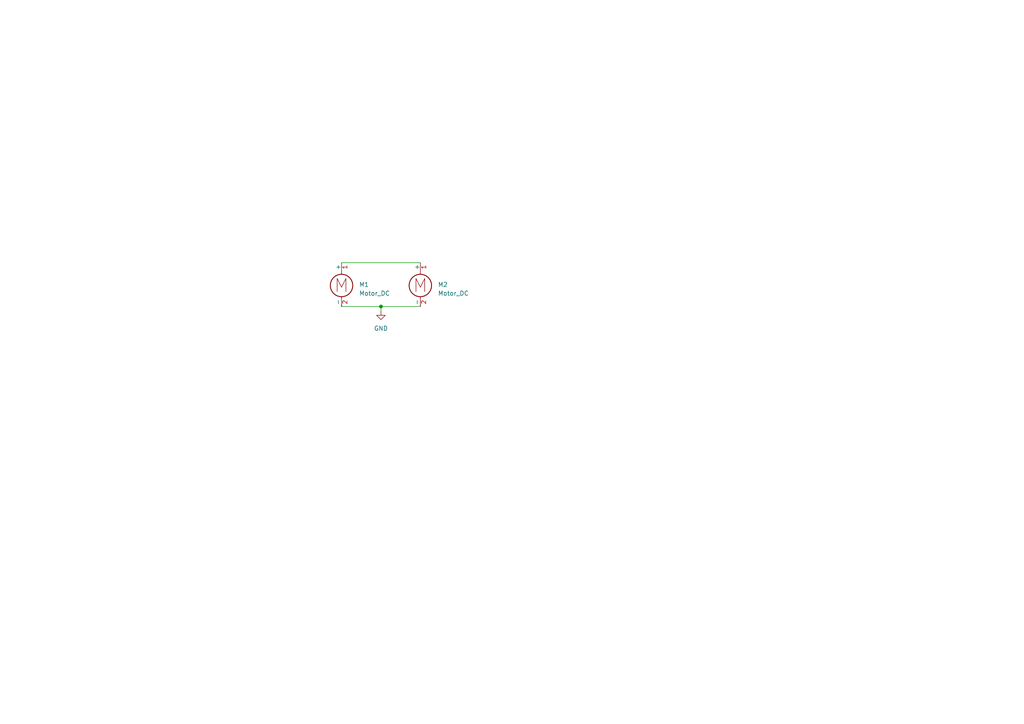
<source format=kicad_sch>
(kicad_sch (version 20230121) (generator eeschema)
  (paper "A4")
  (lib_symbols
    (symbol "Motor:Motor_DC" (pin_names (offset 0))
      (property "Reference" "M" (at 2.54 2.54 0))
      (property "Value" "Motor_DC" (at 2.54 -5.08 0))
      (symbol "Motor_DC_0_0"
        (polyline (pts (xy -1.27 -3.302) (xy -1.27 0.508) (xy 0 -2.032) (xy 1.27 0.508) (xy 1.27 -3.302)))
      )
      (symbol "Motor_DC_0_1"
        (circle (center 0 -1.524) (radius 3.2512) (stroke (width 0.254)))
        (polyline (pts (xy 0 -7.62) (xy 0 -7.112)))
        (polyline (pts (xy 0 -4.7752) (xy 0 -5.1816)))
        (polyline (pts (xy 0 1.7272) (xy 0 2.0828)))
        (polyline (pts (xy 0 2.032) (xy 0 2.54)))
      )
      (symbol "Motor_DC_1_1"
        (pin passive line (at 0 5.08 270) (length 2.54) (name "+") (number "1"))
        (pin passive line (at 0 -7.62 90) (length 2.54) (name "-") (number "2"))
      )
    )
    (symbol "power:GND" (power) (pin_names (offset 0))
      (property "Value" "GND" (at 0 -3.81 0))
      (symbol "GND_0_1"
        (polyline (pts (xy 0 0) (xy 0 -1.27) (xy 1.27 -1.27) (xy 0 -2.54) (xy -1.27 -1.27) (xy 0 -1.27)))
      )
      (symbol "GND_1_1"
        (pin power_in line (at 0 0 270) (length 0) hide (name "GND") (number "1"))
      )
    )
  )
  (junction (at 110.49 88.9))
  (wire (pts (xy 99.06 88.9) (xy 110.49 88.9)))
  (wire (pts (xy 110.49 88.9) (xy 121.92 88.9)))
  (wire (pts (xy 99.06 76.2) (xy 121.92 76.2)))
  (wire (pts (xy 110.49 88.9) (xy 110.49 90.17)))
  (symbol (lib_id "power:GND") (at 110.49 90.17 0) (unit 1)
    (property "Reference" "#PWR01" (effects hide))
    (property "Value" "GND" (at 110.49 95.25 0))
  )
  (symbol (lib_id "Motor:Motor_DC") (at 99.06 81.28 0) (unit 1)
    (property "Reference" "M1" (at 104.14 82.55 0) (effects (justify left)))
    (property "Value" "Motor_DC" (at 104.14 85.09 0) (effects (justify left)))
    (property "Footprint" "my_footprints:motor_tray" (effects hide))
  )
  (symbol (lib_id "Motor:Motor_DC") (at 121.92 81.28 0) (unit 1)
    (property "Reference" "M2" (at 127 82.55 0) (effects (justify left)))
    (property "Value" "Motor_DC" (at 127 85.09 0) (effects (justify left)))
    (property "Footprint" "my_footprints:motor" (effects hide))
  )
)
</source>
